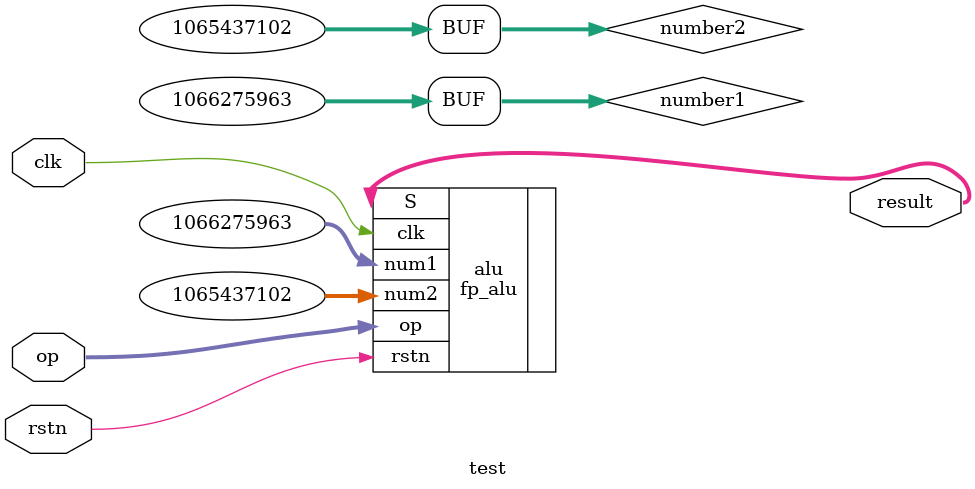
<source format=sv>
`timescale 1ns / 1ps


module test(
    input logic clk, rstn,
    input logic [1:0] op,
    output logic [31:0] result 
    );

    logic [31:0] number1, number2;

    assign number1 = 31'b00111111100011100001010001111011;
    assign number2 = 31'b00111111100000010100011110101110;

    fp_alu alu(
        .clk(clk), 
        .rstn(rstn),
        .num1(number1),
        .num2(number2),
        .op(op),  // 2-bit input operation code
        .S(result)
    );
endmodule

</source>
